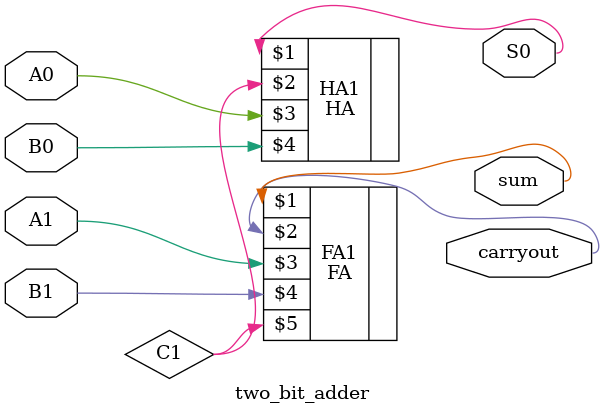
<source format=v>
`timescale 1ns / 1ps


module two_bit_adder(sum,carryout,S0,A0,B0,A1,B1);

input A0,B0,A1,B1;
output sum,carryout,S0;

HA HA1(S0,C1,A0,B0);
FA FA1(sum, carryout,A1,B1,C1);



endmodule

</source>
